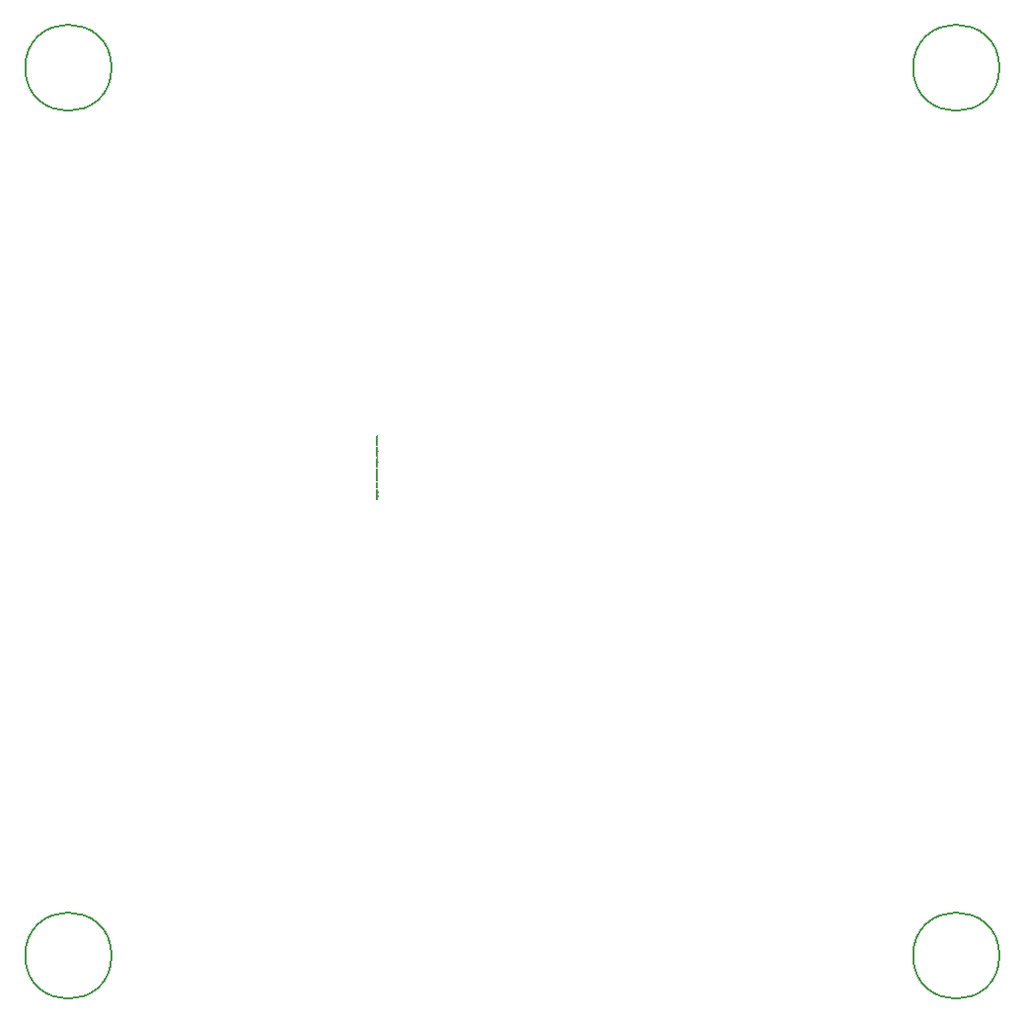
<source format=gbr>
G04 #@! TF.GenerationSoftware,KiCad,Pcbnew,(5.99.0-13060-g64f77b3596)*
G04 #@! TF.CreationDate,2021-11-03T21:45:32-04:00*
G04 #@! TF.ProjectId,PI_W_Controller,50495f57-5f43-46f6-9e74-726f6c6c6572,v1*
G04 #@! TF.SameCoordinates,Original*
G04 #@! TF.FileFunction,Other,Comment*
%FSLAX46Y46*%
G04 Gerber Fmt 4.6, Leading zero omitted, Abs format (unit mm)*
G04 Created by KiCad (PCBNEW (5.99.0-13060-g64f77b3596)) date 2021-11-03 21:45:32*
%MOMM*%
%LPD*%
G01*
G04 APERTURE LIST*
%ADD10C,0.002000*%
%ADD11C,0.150000*%
G04 APERTURE END LIST*
D10*
X146349357Y-88243833D02*
X146355404Y-88249880D01*
X146361452Y-88268023D01*
X146361452Y-88280119D01*
X146355404Y-88298261D01*
X146343309Y-88310357D01*
X146331214Y-88316404D01*
X146307023Y-88322452D01*
X146288880Y-88322452D01*
X146264690Y-88316404D01*
X146252595Y-88310357D01*
X146240500Y-88298261D01*
X146234452Y-88280119D01*
X146234452Y-88268023D01*
X146240500Y-88249880D01*
X146246547Y-88243833D01*
X146361452Y-88171261D02*
X146355404Y-88183357D01*
X146349357Y-88189404D01*
X146337261Y-88195452D01*
X146300976Y-88195452D01*
X146288880Y-88189404D01*
X146282833Y-88183357D01*
X146276785Y-88171261D01*
X146276785Y-88153119D01*
X146282833Y-88141023D01*
X146288880Y-88134976D01*
X146300976Y-88128928D01*
X146337261Y-88128928D01*
X146349357Y-88134976D01*
X146355404Y-88141023D01*
X146361452Y-88153119D01*
X146361452Y-88171261D01*
X146276785Y-88074500D02*
X146403785Y-88074500D01*
X146282833Y-88074500D02*
X146276785Y-88062404D01*
X146276785Y-88038214D01*
X146282833Y-88026119D01*
X146288880Y-88020071D01*
X146300976Y-88014023D01*
X146337261Y-88014023D01*
X146349357Y-88020071D01*
X146355404Y-88026119D01*
X146361452Y-88038214D01*
X146361452Y-88062404D01*
X146355404Y-88074500D01*
X146276785Y-87971690D02*
X146361452Y-87941452D01*
X146276785Y-87911214D02*
X146361452Y-87941452D01*
X146391690Y-87953547D01*
X146397738Y-87959595D01*
X146403785Y-87971690D01*
X146361452Y-87862833D02*
X146276785Y-87862833D01*
X146300976Y-87862833D02*
X146288880Y-87856785D01*
X146282833Y-87850738D01*
X146276785Y-87838642D01*
X146276785Y-87826547D01*
X146361452Y-87784214D02*
X146276785Y-87784214D01*
X146234452Y-87784214D02*
X146240500Y-87790261D01*
X146246547Y-87784214D01*
X146240500Y-87778166D01*
X146234452Y-87784214D01*
X146246547Y-87784214D01*
X146276785Y-87669309D02*
X146379595Y-87669309D01*
X146391690Y-87675357D01*
X146397738Y-87681404D01*
X146403785Y-87693500D01*
X146403785Y-87711642D01*
X146397738Y-87723738D01*
X146355404Y-87669309D02*
X146361452Y-87681404D01*
X146361452Y-87705595D01*
X146355404Y-87717690D01*
X146349357Y-87723738D01*
X146337261Y-87729785D01*
X146300976Y-87729785D01*
X146288880Y-87723738D01*
X146282833Y-87717690D01*
X146276785Y-87705595D01*
X146276785Y-87681404D01*
X146282833Y-87669309D01*
X146361452Y-87608833D02*
X146234452Y-87608833D01*
X146361452Y-87554404D02*
X146294928Y-87554404D01*
X146282833Y-87560452D01*
X146276785Y-87572547D01*
X146276785Y-87590690D01*
X146282833Y-87602785D01*
X146288880Y-87608833D01*
X146276785Y-87512071D02*
X146276785Y-87463690D01*
X146234452Y-87493928D02*
X146343309Y-87493928D01*
X146355404Y-87487880D01*
X146361452Y-87475785D01*
X146361452Y-87463690D01*
X146246547Y-87330642D02*
X146240500Y-87324595D01*
X146234452Y-87312500D01*
X146234452Y-87282261D01*
X146240500Y-87270166D01*
X146246547Y-87264119D01*
X146258642Y-87258071D01*
X146270738Y-87258071D01*
X146288880Y-87264119D01*
X146361452Y-87336690D01*
X146361452Y-87258071D01*
X146234452Y-87179452D02*
X146234452Y-87167357D01*
X146240500Y-87155261D01*
X146246547Y-87149214D01*
X146258642Y-87143166D01*
X146282833Y-87137119D01*
X146313071Y-87137119D01*
X146337261Y-87143166D01*
X146349357Y-87149214D01*
X146355404Y-87155261D01*
X146361452Y-87167357D01*
X146361452Y-87179452D01*
X146355404Y-87191547D01*
X146349357Y-87197595D01*
X146337261Y-87203642D01*
X146313071Y-87209690D01*
X146282833Y-87209690D01*
X146258642Y-87203642D01*
X146246547Y-87197595D01*
X146240500Y-87191547D01*
X146234452Y-87179452D01*
X146361452Y-87016166D02*
X146361452Y-87088738D01*
X146361452Y-87052452D02*
X146234452Y-87052452D01*
X146252595Y-87064547D01*
X146264690Y-87076642D01*
X146270738Y-87088738D01*
X146234452Y-86907309D02*
X146234452Y-86931500D01*
X146240500Y-86943595D01*
X146246547Y-86949642D01*
X146264690Y-86961738D01*
X146288880Y-86967785D01*
X146337261Y-86967785D01*
X146349357Y-86961738D01*
X146355404Y-86955690D01*
X146361452Y-86943595D01*
X146361452Y-86919404D01*
X146355404Y-86907309D01*
X146349357Y-86901261D01*
X146337261Y-86895214D01*
X146307023Y-86895214D01*
X146294928Y-86901261D01*
X146288880Y-86907309D01*
X146282833Y-86919404D01*
X146282833Y-86943595D01*
X146288880Y-86955690D01*
X146294928Y-86961738D01*
X146307023Y-86967785D01*
X146325166Y-86750071D02*
X146325166Y-86689595D01*
X146361452Y-86762166D02*
X146234452Y-86719833D01*
X146361452Y-86677500D01*
X146355404Y-86580738D02*
X146361452Y-86592833D01*
X146361452Y-86617023D01*
X146355404Y-86629119D01*
X146349357Y-86635166D01*
X146337261Y-86641214D01*
X146300976Y-86641214D01*
X146288880Y-86635166D01*
X146282833Y-86629119D01*
X146276785Y-86617023D01*
X146276785Y-86592833D01*
X146282833Y-86580738D01*
X146355404Y-86471880D02*
X146361452Y-86483976D01*
X146361452Y-86508166D01*
X146355404Y-86520261D01*
X146349357Y-86526309D01*
X146337261Y-86532357D01*
X146300976Y-86532357D01*
X146288880Y-86526309D01*
X146282833Y-86520261D01*
X146276785Y-86508166D01*
X146276785Y-86483976D01*
X146282833Y-86471880D01*
X146355404Y-86369071D02*
X146361452Y-86381166D01*
X146361452Y-86405357D01*
X146355404Y-86417452D01*
X146343309Y-86423500D01*
X146294928Y-86423500D01*
X146282833Y-86417452D01*
X146276785Y-86405357D01*
X146276785Y-86381166D01*
X146282833Y-86369071D01*
X146294928Y-86363023D01*
X146307023Y-86363023D01*
X146319119Y-86423500D01*
X146361452Y-86290452D02*
X146355404Y-86302547D01*
X146343309Y-86308595D01*
X146234452Y-86308595D01*
X146355404Y-86193690D02*
X146361452Y-86205785D01*
X146361452Y-86229976D01*
X146355404Y-86242071D01*
X146343309Y-86248119D01*
X146294928Y-86248119D01*
X146282833Y-86242071D01*
X146276785Y-86229976D01*
X146276785Y-86205785D01*
X146282833Y-86193690D01*
X146294928Y-86187642D01*
X146307023Y-86187642D01*
X146319119Y-86248119D01*
X146361452Y-86133214D02*
X146276785Y-86133214D01*
X146300976Y-86133214D02*
X146288880Y-86127166D01*
X146282833Y-86121119D01*
X146276785Y-86109023D01*
X146276785Y-86096928D01*
X146361452Y-86000166D02*
X146294928Y-86000166D01*
X146282833Y-86006214D01*
X146276785Y-86018309D01*
X146276785Y-86042500D01*
X146282833Y-86054595D01*
X146355404Y-86000166D02*
X146361452Y-86012261D01*
X146361452Y-86042500D01*
X146355404Y-86054595D01*
X146343309Y-86060642D01*
X146331214Y-86060642D01*
X146319119Y-86054595D01*
X146313071Y-86042500D01*
X146313071Y-86012261D01*
X146307023Y-86000166D01*
X146276785Y-85957833D02*
X146276785Y-85909452D01*
X146234452Y-85939690D02*
X146343309Y-85939690D01*
X146355404Y-85933642D01*
X146361452Y-85921547D01*
X146361452Y-85909452D01*
X146355404Y-85818738D02*
X146361452Y-85830833D01*
X146361452Y-85855023D01*
X146355404Y-85867119D01*
X146343309Y-85873166D01*
X146294928Y-85873166D01*
X146282833Y-85867119D01*
X146276785Y-85855023D01*
X146276785Y-85830833D01*
X146282833Y-85818738D01*
X146294928Y-85812690D01*
X146307023Y-85812690D01*
X146319119Y-85873166D01*
X146361452Y-85703833D02*
X146234452Y-85703833D01*
X146355404Y-85703833D02*
X146361452Y-85715928D01*
X146361452Y-85740119D01*
X146355404Y-85752214D01*
X146349357Y-85758261D01*
X146337261Y-85764309D01*
X146300976Y-85764309D01*
X146288880Y-85758261D01*
X146282833Y-85752214D01*
X146276785Y-85740119D01*
X146276785Y-85715928D01*
X146282833Y-85703833D01*
X146361452Y-85546595D02*
X146234452Y-85546595D01*
X146234452Y-85516357D01*
X146240500Y-85498214D01*
X146252595Y-85486119D01*
X146264690Y-85480071D01*
X146288880Y-85474023D01*
X146307023Y-85474023D01*
X146331214Y-85480071D01*
X146343309Y-85486119D01*
X146355404Y-85498214D01*
X146361452Y-85516357D01*
X146361452Y-85546595D01*
X146355404Y-85371214D02*
X146361452Y-85383309D01*
X146361452Y-85407500D01*
X146355404Y-85419595D01*
X146343309Y-85425642D01*
X146294928Y-85425642D01*
X146282833Y-85419595D01*
X146276785Y-85407500D01*
X146276785Y-85383309D01*
X146282833Y-85371214D01*
X146294928Y-85365166D01*
X146307023Y-85365166D01*
X146319119Y-85425642D01*
X146355404Y-85316785D02*
X146361452Y-85304690D01*
X146361452Y-85280500D01*
X146355404Y-85268404D01*
X146343309Y-85262357D01*
X146337261Y-85262357D01*
X146325166Y-85268404D01*
X146319119Y-85280500D01*
X146319119Y-85298642D01*
X146313071Y-85310738D01*
X146300976Y-85316785D01*
X146294928Y-85316785D01*
X146282833Y-85310738D01*
X146276785Y-85298642D01*
X146276785Y-85280500D01*
X146282833Y-85268404D01*
X146361452Y-85207928D02*
X146276785Y-85207928D01*
X146234452Y-85207928D02*
X146240500Y-85213976D01*
X146246547Y-85207928D01*
X146240500Y-85201880D01*
X146234452Y-85207928D01*
X146246547Y-85207928D01*
X146276785Y-85093023D02*
X146379595Y-85093023D01*
X146391690Y-85099071D01*
X146397738Y-85105119D01*
X146403785Y-85117214D01*
X146403785Y-85135357D01*
X146397738Y-85147452D01*
X146355404Y-85093023D02*
X146361452Y-85105119D01*
X146361452Y-85129309D01*
X146355404Y-85141404D01*
X146349357Y-85147452D01*
X146337261Y-85153500D01*
X146300976Y-85153500D01*
X146288880Y-85147452D01*
X146282833Y-85141404D01*
X146276785Y-85129309D01*
X146276785Y-85105119D01*
X146282833Y-85093023D01*
X146276785Y-85032547D02*
X146361452Y-85032547D01*
X146288880Y-85032547D02*
X146282833Y-85026500D01*
X146276785Y-85014404D01*
X146276785Y-84996261D01*
X146282833Y-84984166D01*
X146294928Y-84978119D01*
X146361452Y-84978119D01*
X146355404Y-84923690D02*
X146361452Y-84911595D01*
X146361452Y-84887404D01*
X146355404Y-84875309D01*
X146343309Y-84869261D01*
X146337261Y-84869261D01*
X146325166Y-84875309D01*
X146319119Y-84887404D01*
X146319119Y-84905547D01*
X146313071Y-84917642D01*
X146300976Y-84923690D01*
X146294928Y-84923690D01*
X146282833Y-84917642D01*
X146276785Y-84905547D01*
X146276785Y-84887404D01*
X146282833Y-84875309D01*
X146349357Y-84814833D02*
X146355404Y-84808785D01*
X146361452Y-84814833D01*
X146355404Y-84820880D01*
X146349357Y-84814833D01*
X146361452Y-84814833D01*
X146325166Y-84663642D02*
X146325166Y-84603166D01*
X146361452Y-84675738D02*
X146234452Y-84633404D01*
X146361452Y-84591071D01*
X146361452Y-84530595D02*
X146355404Y-84542690D01*
X146343309Y-84548738D01*
X146234452Y-84548738D01*
X146361452Y-84464071D02*
X146355404Y-84476166D01*
X146343309Y-84482214D01*
X146234452Y-84482214D01*
X146361452Y-84318928D02*
X146276785Y-84318928D01*
X146300976Y-84318928D02*
X146288880Y-84312880D01*
X146282833Y-84306833D01*
X146276785Y-84294738D01*
X146276785Y-84282642D01*
X146361452Y-84240309D02*
X146276785Y-84240309D01*
X146234452Y-84240309D02*
X146240500Y-84246357D01*
X146246547Y-84240309D01*
X146240500Y-84234261D01*
X146234452Y-84240309D01*
X146246547Y-84240309D01*
X146276785Y-84125404D02*
X146379595Y-84125404D01*
X146391690Y-84131452D01*
X146397738Y-84137500D01*
X146403785Y-84149595D01*
X146403785Y-84167738D01*
X146397738Y-84179833D01*
X146355404Y-84125404D02*
X146361452Y-84137500D01*
X146361452Y-84161690D01*
X146355404Y-84173785D01*
X146349357Y-84179833D01*
X146337261Y-84185880D01*
X146300976Y-84185880D01*
X146288880Y-84179833D01*
X146282833Y-84173785D01*
X146276785Y-84161690D01*
X146276785Y-84137500D01*
X146282833Y-84125404D01*
X146361452Y-84064928D02*
X146234452Y-84064928D01*
X146361452Y-84010500D02*
X146294928Y-84010500D01*
X146282833Y-84016547D01*
X146276785Y-84028642D01*
X146276785Y-84046785D01*
X146282833Y-84058880D01*
X146288880Y-84064928D01*
X146276785Y-83968166D02*
X146276785Y-83919785D01*
X146234452Y-83950023D02*
X146343309Y-83950023D01*
X146355404Y-83943976D01*
X146361452Y-83931880D01*
X146361452Y-83919785D01*
X146355404Y-83883500D02*
X146361452Y-83871404D01*
X146361452Y-83847214D01*
X146355404Y-83835119D01*
X146343309Y-83829071D01*
X146337261Y-83829071D01*
X146325166Y-83835119D01*
X146319119Y-83847214D01*
X146319119Y-83865357D01*
X146313071Y-83877452D01*
X146300976Y-83883500D01*
X146294928Y-83883500D01*
X146282833Y-83877452D01*
X146276785Y-83865357D01*
X146276785Y-83847214D01*
X146282833Y-83835119D01*
X146361452Y-83677880D02*
X146276785Y-83677880D01*
X146300976Y-83677880D02*
X146288880Y-83671833D01*
X146282833Y-83665785D01*
X146276785Y-83653690D01*
X146276785Y-83641595D01*
X146355404Y-83550880D02*
X146361452Y-83562976D01*
X146361452Y-83587166D01*
X146355404Y-83599261D01*
X146343309Y-83605309D01*
X146294928Y-83605309D01*
X146282833Y-83599261D01*
X146276785Y-83587166D01*
X146276785Y-83562976D01*
X146282833Y-83550880D01*
X146294928Y-83544833D01*
X146307023Y-83544833D01*
X146319119Y-83605309D01*
X146355404Y-83496452D02*
X146361452Y-83484357D01*
X146361452Y-83460166D01*
X146355404Y-83448071D01*
X146343309Y-83442023D01*
X146337261Y-83442023D01*
X146325166Y-83448071D01*
X146319119Y-83460166D01*
X146319119Y-83478309D01*
X146313071Y-83490404D01*
X146300976Y-83496452D01*
X146294928Y-83496452D01*
X146282833Y-83490404D01*
X146276785Y-83478309D01*
X146276785Y-83460166D01*
X146282833Y-83448071D01*
X146355404Y-83339214D02*
X146361452Y-83351309D01*
X146361452Y-83375500D01*
X146355404Y-83387595D01*
X146343309Y-83393642D01*
X146294928Y-83393642D01*
X146282833Y-83387595D01*
X146276785Y-83375500D01*
X146276785Y-83351309D01*
X146282833Y-83339214D01*
X146294928Y-83333166D01*
X146307023Y-83333166D01*
X146319119Y-83393642D01*
X146361452Y-83278738D02*
X146276785Y-83278738D01*
X146300976Y-83278738D02*
X146288880Y-83272690D01*
X146282833Y-83266642D01*
X146276785Y-83254547D01*
X146276785Y-83242452D01*
X146276785Y-83212214D02*
X146361452Y-83181976D01*
X146276785Y-83151738D01*
X146355404Y-83054976D02*
X146361452Y-83067071D01*
X146361452Y-83091261D01*
X146355404Y-83103357D01*
X146343309Y-83109404D01*
X146294928Y-83109404D01*
X146282833Y-83103357D01*
X146276785Y-83091261D01*
X146276785Y-83067071D01*
X146282833Y-83054976D01*
X146294928Y-83048928D01*
X146307023Y-83048928D01*
X146319119Y-83109404D01*
X146361452Y-82940071D02*
X146234452Y-82940071D01*
X146355404Y-82940071D02*
X146361452Y-82952166D01*
X146361452Y-82976357D01*
X146355404Y-82988452D01*
X146349357Y-82994500D01*
X146337261Y-83000547D01*
X146300976Y-83000547D01*
X146288880Y-82994500D01*
X146282833Y-82988452D01*
X146276785Y-82976357D01*
X146276785Y-82952166D01*
X146282833Y-82940071D01*
X146349357Y-82879595D02*
X146355404Y-82873547D01*
X146361452Y-82879595D01*
X146355404Y-82885642D01*
X146349357Y-82879595D01*
X146361452Y-82879595D01*
D11*
X199788000Y-127508000D02*
G75*
G03*
X199788000Y-127508000I-3700000J0D01*
G01*
X199788000Y-51308000D02*
G75*
G03*
X199788000Y-51308000I-3700000J0D01*
G01*
X123588000Y-127508000D02*
G75*
G03*
X123588000Y-127508000I-3700000J0D01*
G01*
X123588000Y-51308000D02*
G75*
G03*
X123588000Y-51308000I-3700000J0D01*
G01*
M02*

</source>
